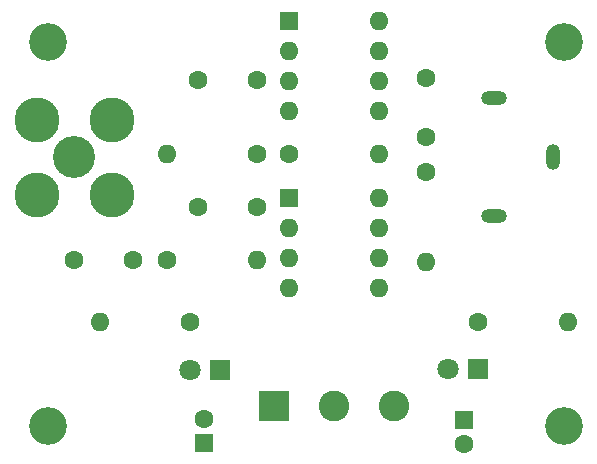
<source format=gbs>
%TF.GenerationSoftware,KiCad,Pcbnew,(6.0.7-1)-1*%
%TF.CreationDate,2022-08-15T15:41:10-06:00*%
%TF.ProjectId,bpf,6270662e-6b69-4636-9164-5f7063625858,1*%
%TF.SameCoordinates,Original*%
%TF.FileFunction,Soldermask,Bot*%
%TF.FilePolarity,Negative*%
%FSLAX46Y46*%
G04 Gerber Fmt 4.6, Leading zero omitted, Abs format (unit mm)*
G04 Created by KiCad (PCBNEW (6.0.7-1)-1) date 2022-08-15 15:41:10*
%MOMM*%
%LPD*%
G01*
G04 APERTURE LIST*
%ADD10C,1.600000*%
%ADD11O,1.600000X1.600000*%
%ADD12R,2.600000X2.600000*%
%ADD13C,2.600000*%
%ADD14C,3.200000*%
%ADD15R,1.800000X1.800000*%
%ADD16C,1.800000*%
%ADD17R,1.600000X1.600000*%
%ADD18C,3.556000*%
%ADD19C,3.810000*%
%ADD20O,2.200000X1.200000*%
%ADD21O,1.200000X2.200000*%
G04 APERTURE END LIST*
D10*
X96250000Y-103500000D03*
D11*
X88630000Y-103500000D03*
D12*
X97665000Y-124805000D03*
D13*
X102745000Y-124805000D03*
X107825000Y-124805000D03*
D10*
X88630000Y-112500000D03*
D11*
X96250000Y-112500000D03*
D14*
X78500000Y-94000000D03*
X122250000Y-126500000D03*
D15*
X114965000Y-121705000D03*
D16*
X112425000Y-121705000D03*
D10*
X96250000Y-108000000D03*
X91250000Y-108000000D03*
D17*
X91750000Y-127955112D03*
D10*
X91750000Y-125955112D03*
D17*
X98950000Y-107200000D03*
D11*
X98950000Y-109740000D03*
X98950000Y-112280000D03*
X98950000Y-114820000D03*
X106570000Y-114820000D03*
X106570000Y-112280000D03*
X106570000Y-109740000D03*
X106570000Y-107200000D03*
D10*
X110500000Y-102050000D03*
X110500000Y-97050000D03*
X114940000Y-117750000D03*
D11*
X122560000Y-117750000D03*
D14*
X78500000Y-126500000D03*
D10*
X98940000Y-103500000D03*
D11*
X106560000Y-103500000D03*
D10*
X110500000Y-105000000D03*
D11*
X110500000Y-112620000D03*
D17*
X113750000Y-126000000D03*
D10*
X113750000Y-128000000D03*
D15*
X93085000Y-121750000D03*
D16*
X90545000Y-121750000D03*
D18*
X80750000Y-103750000D03*
D19*
X83925000Y-100575000D03*
X77575000Y-100575000D03*
X83925000Y-106925000D03*
X77575000Y-106925000D03*
D10*
X91250000Y-97250000D03*
X96250000Y-97250000D03*
D14*
X122250000Y-94000000D03*
D20*
X116250000Y-108750000D03*
D21*
X121250000Y-103750000D03*
D20*
X116250000Y-98750000D03*
D10*
X90560000Y-117750000D03*
D11*
X82940000Y-117750000D03*
D10*
X85750000Y-112500000D03*
X80750000Y-112500000D03*
D17*
X98950000Y-92200000D03*
D11*
X98950000Y-94740000D03*
X98950000Y-97280000D03*
X98950000Y-99820000D03*
X106570000Y-99820000D03*
X106570000Y-97280000D03*
X106570000Y-94740000D03*
X106570000Y-92200000D03*
M02*

</source>
